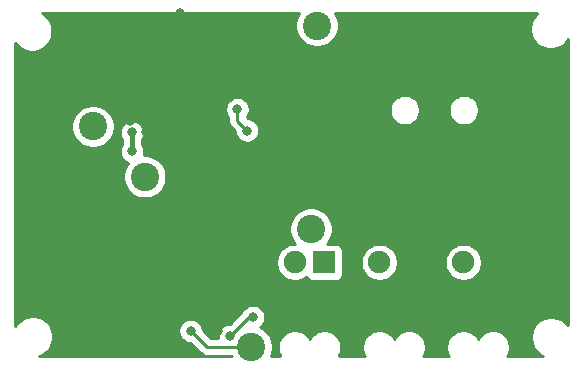
<source format=gbl>
%TF.GenerationSoftware,KiCad,Pcbnew,(5.1.8)-1*%
%TF.CreationDate,2021-04-18T19:42:35-04:00*%
%TF.ProjectId,AndrewPowerbank,416e6472-6577-4506-9f77-657262616e6b,rev?*%
%TF.SameCoordinates,Original*%
%TF.FileFunction,Copper,L2,Bot*%
%TF.FilePolarity,Positive*%
%FSLAX46Y46*%
G04 Gerber Fmt 4.6, Leading zero omitted, Abs format (unit mm)*
G04 Created by KiCad (PCBNEW (5.1.8)-1) date 2021-04-18 19:42:35*
%MOMM*%
%LPD*%
G01*
G04 APERTURE LIST*
%TA.AperFunction,ComponentPad*%
%ADD10C,1.900000*%
%TD*%
%TA.AperFunction,ComponentPad*%
%ADD11R,1.900000X1.900000*%
%TD*%
%TA.AperFunction,ComponentPad*%
%ADD12C,2.400000*%
%TD*%
%TA.AperFunction,ViaPad*%
%ADD13C,0.800000*%
%TD*%
%TA.AperFunction,Conductor*%
%ADD14C,0.250000*%
%TD*%
%TA.AperFunction,Conductor*%
%ADD15C,0.400000*%
%TD*%
%TA.AperFunction,Conductor*%
%ADD16C,0.254000*%
%TD*%
%TA.AperFunction,Conductor*%
%ADD17C,0.100000*%
%TD*%
G04 APERTURE END LIST*
D10*
%TO.P,J1,2*%
%TO.N,/10KThermistor*%
X62879600Y-93624400D03*
D11*
%TO.P,J1,1*%
%TO.N,GND*%
X65379600Y-93624400D03*
%TD*%
D10*
%TO.P,J5,2*%
%TO.N,Net-(J5-Pad2)*%
X55716800Y-93624400D03*
D11*
%TO.P,J5,1*%
%TO.N,Net-(J5-Pad1)*%
X58216800Y-93624400D03*
%TD*%
D10*
%TO.P,J2,2*%
%TO.N,Net-(F1-Pad1)*%
X69991600Y-93624400D03*
D11*
%TO.P,J2,1*%
%TO.N,GND*%
X72491600Y-93624400D03*
%TD*%
D12*
%TO.P,TP1,1*%
%TO.N,VBUS*%
X38623240Y-82113120D03*
%TD*%
%TO.P,TP2,1*%
%TO.N,/Battery+*%
X57594500Y-73571100D03*
%TD*%
%TO.P,TP3,1*%
%TO.N,+BATT*%
X43014900Y-86372700D03*
%TD*%
%TO.P,TP4,1*%
%TO.N,Net-(J5-Pad2)*%
X57099200Y-90792300D03*
%TD*%
%TO.P,TP5,1*%
%TO.N,Net-(Q1-Pad1)*%
X52044600Y-100787200D03*
%TD*%
D13*
%TO.N,GND*%
X35915600Y-76784200D03*
X35915600Y-75666600D03*
X61742320Y-86822280D03*
X40233600Y-99618800D03*
X32689800Y-87579200D03*
X32689800Y-85521800D03*
X45961300Y-74409300D03*
X45961300Y-72504300D03*
X45961300Y-73469500D03*
X62783720Y-80370680D03*
X63672720Y-82301080D03*
X77566520Y-80980280D03*
X77617320Y-87177880D03*
X77617320Y-89336880D03*
X33502600Y-93675202D03*
X54305200Y-87096600D03*
X43942000Y-97891600D03*
X49199800Y-99454800D03*
X41757127Y-78011400D03*
X57472843Y-84881720D03*
X59441080Y-85509100D03*
X32788860Y-80566260D03*
X47714169Y-75084616D03*
X41798240Y-81627980D03*
X43133727Y-82607867D03*
X39075000Y-87620200D03*
%TO.N,+BATT*%
X41920696Y-82622201D03*
X41924539Y-84222201D03*
%TO.N,Net-(Q1-Pad1)*%
X46903601Y-99415600D03*
%TO.N,Net-(J5-Pad2)*%
X50241200Y-99847400D03*
X52171600Y-98258800D03*
%TO.N,Net-(R20-Pad2)*%
X50850800Y-80653701D03*
X51688998Y-82461100D03*
%TD*%
D14*
%TO.N,GND*%
X58813700Y-84881720D02*
X59441080Y-85509100D01*
X57472843Y-84881720D02*
X58813700Y-84881720D01*
D15*
%TO.N,+BATT*%
X41920696Y-84218358D02*
X41924539Y-84222201D01*
X41920696Y-82622201D02*
X41920696Y-84218358D01*
D14*
%TO.N,Net-(Q1-Pad1)*%
X48275201Y-100787200D02*
X52044600Y-100787200D01*
X46903601Y-99415600D02*
X48275201Y-100787200D01*
%TO.N,Net-(J5-Pad2)*%
X51829800Y-98258800D02*
X52171600Y-98258800D01*
X50241200Y-99847400D02*
X51829800Y-98258800D01*
%TO.N,Net-(R20-Pad2)*%
X50850800Y-81622902D02*
X51688998Y-82461100D01*
X50850800Y-80653701D02*
X50850800Y-81622902D01*
%TD*%
D16*
%TO.N,GND*%
X55968344Y-72701901D02*
X55830018Y-73035850D01*
X55759500Y-73390368D01*
X55759500Y-73751832D01*
X55830018Y-74106350D01*
X55968344Y-74440299D01*
X56169162Y-74740844D01*
X56424756Y-74996438D01*
X56725301Y-75197256D01*
X57059250Y-75335582D01*
X57413768Y-75406100D01*
X57775232Y-75406100D01*
X58129750Y-75335582D01*
X58463699Y-75197256D01*
X58764244Y-74996438D01*
X59019838Y-74740844D01*
X59220656Y-74440299D01*
X59358982Y-74106350D01*
X59429500Y-73751832D01*
X59429500Y-73390368D01*
X59358982Y-73035850D01*
X59220656Y-72701901D01*
X59113682Y-72541804D01*
X76210735Y-72541804D01*
X76020737Y-72731802D01*
X75830863Y-73015969D01*
X75700075Y-73331719D01*
X75633400Y-73666917D01*
X75633400Y-74008683D01*
X75700075Y-74343881D01*
X75830863Y-74659631D01*
X76020737Y-74943798D01*
X76262402Y-75185463D01*
X76546569Y-75375337D01*
X76862319Y-75506125D01*
X77197517Y-75572800D01*
X77539283Y-75572800D01*
X77874481Y-75506125D01*
X78190231Y-75375337D01*
X78474398Y-75185463D01*
X78716063Y-74943798D01*
X78852599Y-74739457D01*
X78852600Y-98958703D01*
X78792263Y-98868402D01*
X78550598Y-98626737D01*
X78266431Y-98436863D01*
X77950681Y-98306075D01*
X77615483Y-98239400D01*
X77273717Y-98239400D01*
X76938519Y-98306075D01*
X76622769Y-98436863D01*
X76338602Y-98626737D01*
X76096937Y-98868402D01*
X75907063Y-99152569D01*
X75776275Y-99468319D01*
X75709600Y-99803517D01*
X75709600Y-100145283D01*
X75776275Y-100480481D01*
X75907063Y-100796231D01*
X76096937Y-101080398D01*
X76338602Y-101322063D01*
X76622769Y-101511937D01*
X76719014Y-101551803D01*
X73718060Y-101551803D01*
X73763280Y-101484127D01*
X73871453Y-101222974D01*
X73926600Y-100945735D01*
X73926600Y-100663065D01*
X73871453Y-100385826D01*
X73763280Y-100124673D01*
X73606237Y-99889641D01*
X73406359Y-99689763D01*
X73171327Y-99532720D01*
X72910174Y-99424547D01*
X72632935Y-99369400D01*
X72350265Y-99369400D01*
X72073026Y-99424547D01*
X71811873Y-99532720D01*
X71576841Y-99689763D01*
X71376963Y-99889641D01*
X71241600Y-100092227D01*
X71106237Y-99889641D01*
X70906359Y-99689763D01*
X70671327Y-99532720D01*
X70410174Y-99424547D01*
X70132935Y-99369400D01*
X69850265Y-99369400D01*
X69573026Y-99424547D01*
X69311873Y-99532720D01*
X69076841Y-99689763D01*
X68876963Y-99889641D01*
X68719920Y-100124673D01*
X68611747Y-100385826D01*
X68556600Y-100663065D01*
X68556600Y-100945735D01*
X68611747Y-101222974D01*
X68719920Y-101484127D01*
X68765140Y-101551803D01*
X66606060Y-101551803D01*
X66651280Y-101484127D01*
X66759453Y-101222974D01*
X66814600Y-100945735D01*
X66814600Y-100663065D01*
X66759453Y-100385826D01*
X66651280Y-100124673D01*
X66494237Y-99889641D01*
X66294359Y-99689763D01*
X66059327Y-99532720D01*
X65798174Y-99424547D01*
X65520935Y-99369400D01*
X65238265Y-99369400D01*
X64961026Y-99424547D01*
X64699873Y-99532720D01*
X64464841Y-99689763D01*
X64264963Y-99889641D01*
X64129600Y-100092227D01*
X63994237Y-99889641D01*
X63794359Y-99689763D01*
X63559327Y-99532720D01*
X63298174Y-99424547D01*
X63020935Y-99369400D01*
X62738265Y-99369400D01*
X62461026Y-99424547D01*
X62199873Y-99532720D01*
X61964841Y-99689763D01*
X61764963Y-99889641D01*
X61607920Y-100124673D01*
X61499747Y-100385826D01*
X61444600Y-100663065D01*
X61444600Y-100945735D01*
X61499747Y-101222974D01*
X61607920Y-101484127D01*
X61653140Y-101551803D01*
X59443260Y-101551803D01*
X59488480Y-101484127D01*
X59596653Y-101222974D01*
X59651800Y-100945735D01*
X59651800Y-100663065D01*
X59596653Y-100385826D01*
X59488480Y-100124673D01*
X59331437Y-99889641D01*
X59131559Y-99689763D01*
X58896527Y-99532720D01*
X58635374Y-99424547D01*
X58358135Y-99369400D01*
X58075465Y-99369400D01*
X57798226Y-99424547D01*
X57537073Y-99532720D01*
X57302041Y-99689763D01*
X57102163Y-99889641D01*
X56966800Y-100092227D01*
X56831437Y-99889641D01*
X56631559Y-99689763D01*
X56396527Y-99532720D01*
X56135374Y-99424547D01*
X55858135Y-99369400D01*
X55575465Y-99369400D01*
X55298226Y-99424547D01*
X55037073Y-99532720D01*
X54802041Y-99689763D01*
X54602163Y-99889641D01*
X54445120Y-100124673D01*
X54336947Y-100385826D01*
X54281800Y-100663065D01*
X54281800Y-100945735D01*
X54336947Y-101222974D01*
X54445120Y-101484127D01*
X54490340Y-101551803D01*
X53714081Y-101551803D01*
X53809082Y-101322450D01*
X53879600Y-100967932D01*
X53879600Y-100606468D01*
X53809082Y-100251950D01*
X53670756Y-99918001D01*
X53469938Y-99617456D01*
X53214344Y-99361862D01*
X52913799Y-99161044D01*
X52772093Y-99102347D01*
X52831374Y-99062737D01*
X52975537Y-98918574D01*
X53088805Y-98749056D01*
X53166826Y-98560698D01*
X53206600Y-98360739D01*
X53206600Y-98156861D01*
X53166826Y-97956902D01*
X53088805Y-97768544D01*
X52975537Y-97599026D01*
X52831374Y-97454863D01*
X52661856Y-97341595D01*
X52473498Y-97263574D01*
X52273539Y-97223800D01*
X52069661Y-97223800D01*
X51869702Y-97263574D01*
X51681344Y-97341595D01*
X51511826Y-97454863D01*
X51367663Y-97599026D01*
X51278145Y-97732999D01*
X51266001Y-97747797D01*
X50201399Y-98812400D01*
X50139261Y-98812400D01*
X49939302Y-98852174D01*
X49750944Y-98930195D01*
X49581426Y-99043463D01*
X49437263Y-99187626D01*
X49323995Y-99357144D01*
X49245974Y-99545502D01*
X49206200Y-99745461D01*
X49206200Y-99949339D01*
X49221687Y-100027200D01*
X48590003Y-100027200D01*
X47938601Y-99375799D01*
X47938601Y-99313661D01*
X47898827Y-99113702D01*
X47820806Y-98925344D01*
X47707538Y-98755826D01*
X47563375Y-98611663D01*
X47393857Y-98498395D01*
X47205499Y-98420374D01*
X47005540Y-98380600D01*
X46801662Y-98380600D01*
X46601703Y-98420374D01*
X46413345Y-98498395D01*
X46243827Y-98611663D01*
X46099664Y-98755826D01*
X45986396Y-98925344D01*
X45908375Y-99113702D01*
X45868601Y-99313661D01*
X45868601Y-99517539D01*
X45908375Y-99717498D01*
X45986396Y-99905856D01*
X46099664Y-100075374D01*
X46243827Y-100219537D01*
X46413345Y-100332805D01*
X46601703Y-100410826D01*
X46801662Y-100450600D01*
X46863800Y-100450600D01*
X47711402Y-101298203D01*
X47735200Y-101327201D01*
X47850925Y-101422174D01*
X47982954Y-101492746D01*
X48126215Y-101536203D01*
X48237868Y-101547200D01*
X48237877Y-101547200D01*
X48275200Y-101550876D01*
X48312523Y-101547200D01*
X50373212Y-101547200D01*
X50375119Y-101551803D01*
X34069623Y-101551803D01*
X34349831Y-101435737D01*
X34633998Y-101245863D01*
X34875663Y-101004198D01*
X35065537Y-100720031D01*
X35196325Y-100404281D01*
X35263000Y-100069083D01*
X35263000Y-99727317D01*
X35196325Y-99392119D01*
X35065537Y-99076369D01*
X34875663Y-98792202D01*
X34633998Y-98550537D01*
X34349831Y-98360663D01*
X34034081Y-98229875D01*
X33698883Y-98163200D01*
X33357117Y-98163200D01*
X33021919Y-98229875D01*
X32706169Y-98360663D01*
X32422002Y-98550537D01*
X32180337Y-98792202D01*
X32062600Y-98968408D01*
X32062600Y-93468291D01*
X54131800Y-93468291D01*
X54131800Y-93780509D01*
X54192711Y-94086727D01*
X54312191Y-94375179D01*
X54485650Y-94634779D01*
X54706421Y-94855550D01*
X54966021Y-95029009D01*
X55254473Y-95148489D01*
X55560691Y-95209400D01*
X55872909Y-95209400D01*
X56179127Y-95148489D01*
X56467579Y-95029009D01*
X56704986Y-94870379D01*
X56736263Y-94928894D01*
X56815615Y-95025585D01*
X56912306Y-95104937D01*
X57022620Y-95163902D01*
X57142318Y-95200212D01*
X57266800Y-95212472D01*
X59166800Y-95212472D01*
X59291282Y-95200212D01*
X59410980Y-95163902D01*
X59521294Y-95104937D01*
X59617985Y-95025585D01*
X59697337Y-94928894D01*
X59756302Y-94818580D01*
X59792612Y-94698882D01*
X59804872Y-94574400D01*
X59804872Y-93468291D01*
X61294600Y-93468291D01*
X61294600Y-93780509D01*
X61355511Y-94086727D01*
X61474991Y-94375179D01*
X61648450Y-94634779D01*
X61869221Y-94855550D01*
X62128821Y-95029009D01*
X62417273Y-95148489D01*
X62723491Y-95209400D01*
X63035709Y-95209400D01*
X63341927Y-95148489D01*
X63630379Y-95029009D01*
X63889979Y-94855550D01*
X64110750Y-94634779D01*
X64284209Y-94375179D01*
X64403689Y-94086727D01*
X64464600Y-93780509D01*
X64464600Y-93468291D01*
X68406600Y-93468291D01*
X68406600Y-93780509D01*
X68467511Y-94086727D01*
X68586991Y-94375179D01*
X68760450Y-94634779D01*
X68981221Y-94855550D01*
X69240821Y-95029009D01*
X69529273Y-95148489D01*
X69835491Y-95209400D01*
X70147709Y-95209400D01*
X70453927Y-95148489D01*
X70742379Y-95029009D01*
X71001979Y-94855550D01*
X71222750Y-94634779D01*
X71396209Y-94375179D01*
X71515689Y-94086727D01*
X71576600Y-93780509D01*
X71576600Y-93468291D01*
X71515689Y-93162073D01*
X71396209Y-92873621D01*
X71222750Y-92614021D01*
X71001979Y-92393250D01*
X70742379Y-92219791D01*
X70453927Y-92100311D01*
X70147709Y-92039400D01*
X69835491Y-92039400D01*
X69529273Y-92100311D01*
X69240821Y-92219791D01*
X68981221Y-92393250D01*
X68760450Y-92614021D01*
X68586991Y-92873621D01*
X68467511Y-93162073D01*
X68406600Y-93468291D01*
X64464600Y-93468291D01*
X64403689Y-93162073D01*
X64284209Y-92873621D01*
X64110750Y-92614021D01*
X63889979Y-92393250D01*
X63630379Y-92219791D01*
X63341927Y-92100311D01*
X63035709Y-92039400D01*
X62723491Y-92039400D01*
X62417273Y-92100311D01*
X62128821Y-92219791D01*
X61869221Y-92393250D01*
X61648450Y-92614021D01*
X61474991Y-92873621D01*
X61355511Y-93162073D01*
X61294600Y-93468291D01*
X59804872Y-93468291D01*
X59804872Y-92674400D01*
X59792612Y-92549918D01*
X59756302Y-92430220D01*
X59697337Y-92319906D01*
X59617985Y-92223215D01*
X59521294Y-92143863D01*
X59410980Y-92084898D01*
X59291282Y-92048588D01*
X59166800Y-92036328D01*
X58450254Y-92036328D01*
X58524538Y-91962044D01*
X58725356Y-91661499D01*
X58863682Y-91327550D01*
X58934200Y-90973032D01*
X58934200Y-90611568D01*
X58863682Y-90257050D01*
X58725356Y-89923101D01*
X58524538Y-89622556D01*
X58268944Y-89366962D01*
X57968399Y-89166144D01*
X57634450Y-89027818D01*
X57279932Y-88957300D01*
X56918468Y-88957300D01*
X56563950Y-89027818D01*
X56230001Y-89166144D01*
X55929456Y-89366962D01*
X55673862Y-89622556D01*
X55473044Y-89923101D01*
X55334718Y-90257050D01*
X55264200Y-90611568D01*
X55264200Y-90973032D01*
X55334718Y-91327550D01*
X55473044Y-91661499D01*
X55673862Y-91962044D01*
X55751218Y-92039400D01*
X55560691Y-92039400D01*
X55254473Y-92100311D01*
X54966021Y-92219791D01*
X54706421Y-92393250D01*
X54485650Y-92614021D01*
X54312191Y-92873621D01*
X54192711Y-93162073D01*
X54131800Y-93468291D01*
X32062600Y-93468291D01*
X32062600Y-81932388D01*
X36788240Y-81932388D01*
X36788240Y-82293852D01*
X36858758Y-82648370D01*
X36997084Y-82982319D01*
X37197902Y-83282864D01*
X37453496Y-83538458D01*
X37754041Y-83739276D01*
X38087990Y-83877602D01*
X38442508Y-83948120D01*
X38803972Y-83948120D01*
X39158490Y-83877602D01*
X39492439Y-83739276D01*
X39792984Y-83538458D01*
X40048578Y-83282864D01*
X40249396Y-82982319D01*
X40387722Y-82648370D01*
X40413204Y-82520262D01*
X40885696Y-82520262D01*
X40885696Y-82724140D01*
X40925470Y-82924099D01*
X41003491Y-83112457D01*
X41085696Y-83235486D01*
X41085697Y-83614667D01*
X41007334Y-83731945D01*
X40929313Y-83920303D01*
X40889539Y-84120262D01*
X40889539Y-84324140D01*
X40929313Y-84524099D01*
X41007334Y-84712457D01*
X41120602Y-84881975D01*
X41264765Y-85026138D01*
X41434283Y-85139406D01*
X41589159Y-85203558D01*
X41388744Y-85503501D01*
X41250418Y-85837450D01*
X41179900Y-86191968D01*
X41179900Y-86553432D01*
X41250418Y-86907950D01*
X41388744Y-87241899D01*
X41589562Y-87542444D01*
X41845156Y-87798038D01*
X42145701Y-87998856D01*
X42479650Y-88137182D01*
X42834168Y-88207700D01*
X43195632Y-88207700D01*
X43550150Y-88137182D01*
X43884099Y-87998856D01*
X44184644Y-87798038D01*
X44440238Y-87542444D01*
X44641056Y-87241899D01*
X44779382Y-86907950D01*
X44849900Y-86553432D01*
X44849900Y-86191968D01*
X44779382Y-85837450D01*
X44641056Y-85503501D01*
X44440238Y-85202956D01*
X44184644Y-84947362D01*
X43884099Y-84746544D01*
X43550150Y-84608218D01*
X43195632Y-84537700D01*
X42914131Y-84537700D01*
X42919765Y-84524099D01*
X42959539Y-84324140D01*
X42959539Y-84120262D01*
X42919765Y-83920303D01*
X42841744Y-83731945D01*
X42755696Y-83603165D01*
X42755696Y-83235486D01*
X42837901Y-83112457D01*
X42915922Y-82924099D01*
X42955696Y-82724140D01*
X42955696Y-82520262D01*
X42915922Y-82320303D01*
X42837901Y-82131945D01*
X42724633Y-81962427D01*
X42580470Y-81818264D01*
X42410952Y-81704996D01*
X42222594Y-81626975D01*
X42022635Y-81587201D01*
X41818757Y-81587201D01*
X41618798Y-81626975D01*
X41430440Y-81704996D01*
X41260922Y-81818264D01*
X41116759Y-81962427D01*
X41003491Y-82131945D01*
X40925470Y-82320303D01*
X40885696Y-82520262D01*
X40413204Y-82520262D01*
X40458240Y-82293852D01*
X40458240Y-81932388D01*
X40387722Y-81577870D01*
X40249396Y-81243921D01*
X40048578Y-80943376D01*
X39792984Y-80687782D01*
X39589416Y-80551762D01*
X49815800Y-80551762D01*
X49815800Y-80755640D01*
X49855574Y-80955599D01*
X49933595Y-81143957D01*
X50046863Y-81313475D01*
X50090801Y-81357413D01*
X50090801Y-81585570D01*
X50087124Y-81622902D01*
X50101798Y-81771887D01*
X50145254Y-81915148D01*
X50215826Y-82047178D01*
X50285393Y-82131945D01*
X50310800Y-82162903D01*
X50339798Y-82186701D01*
X50653998Y-82500901D01*
X50653998Y-82563039D01*
X50693772Y-82762998D01*
X50771793Y-82951356D01*
X50885061Y-83120874D01*
X51029224Y-83265037D01*
X51198742Y-83378305D01*
X51387100Y-83456326D01*
X51587059Y-83496100D01*
X51790937Y-83496100D01*
X51990896Y-83456326D01*
X52179254Y-83378305D01*
X52348772Y-83265037D01*
X52492935Y-83120874D01*
X52606203Y-82951356D01*
X52684224Y-82762998D01*
X52723998Y-82563039D01*
X52723998Y-82359161D01*
X52684224Y-82159202D01*
X52606203Y-81970844D01*
X52492935Y-81801326D01*
X52348772Y-81657163D01*
X52179254Y-81543895D01*
X51990896Y-81465874D01*
X51790937Y-81426100D01*
X51728799Y-81426100D01*
X51635456Y-81332756D01*
X51654737Y-81313475D01*
X51768005Y-81143957D01*
X51846026Y-80955599D01*
X51885800Y-80755640D01*
X51885800Y-80599719D01*
X63748520Y-80599719D01*
X63748520Y-80852841D01*
X63797901Y-81101101D01*
X63894767Y-81334956D01*
X64035395Y-81545420D01*
X64214380Y-81724405D01*
X64424844Y-81865033D01*
X64658699Y-81961899D01*
X64906959Y-82011280D01*
X65160081Y-82011280D01*
X65408341Y-81961899D01*
X65642196Y-81865033D01*
X65852660Y-81724405D01*
X66031645Y-81545420D01*
X66172273Y-81334956D01*
X66269139Y-81101101D01*
X66318520Y-80852841D01*
X66318520Y-80599719D01*
X68748520Y-80599719D01*
X68748520Y-80852841D01*
X68797901Y-81101101D01*
X68894767Y-81334956D01*
X69035395Y-81545420D01*
X69214380Y-81724405D01*
X69424844Y-81865033D01*
X69658699Y-81961899D01*
X69906959Y-82011280D01*
X70160081Y-82011280D01*
X70408341Y-81961899D01*
X70642196Y-81865033D01*
X70852660Y-81724405D01*
X71031645Y-81545420D01*
X71172273Y-81334956D01*
X71269139Y-81101101D01*
X71318520Y-80852841D01*
X71318520Y-80599719D01*
X71269139Y-80351459D01*
X71172273Y-80117604D01*
X71031645Y-79907140D01*
X70852660Y-79728155D01*
X70642196Y-79587527D01*
X70408341Y-79490661D01*
X70160081Y-79441280D01*
X69906959Y-79441280D01*
X69658699Y-79490661D01*
X69424844Y-79587527D01*
X69214380Y-79728155D01*
X69035395Y-79907140D01*
X68894767Y-80117604D01*
X68797901Y-80351459D01*
X68748520Y-80599719D01*
X66318520Y-80599719D01*
X66269139Y-80351459D01*
X66172273Y-80117604D01*
X66031645Y-79907140D01*
X65852660Y-79728155D01*
X65642196Y-79587527D01*
X65408341Y-79490661D01*
X65160081Y-79441280D01*
X64906959Y-79441280D01*
X64658699Y-79490661D01*
X64424844Y-79587527D01*
X64214380Y-79728155D01*
X64035395Y-79907140D01*
X63894767Y-80117604D01*
X63797901Y-80351459D01*
X63748520Y-80599719D01*
X51885800Y-80599719D01*
X51885800Y-80551762D01*
X51846026Y-80351803D01*
X51768005Y-80163445D01*
X51654737Y-79993927D01*
X51510574Y-79849764D01*
X51341056Y-79736496D01*
X51152698Y-79658475D01*
X50952739Y-79618701D01*
X50748861Y-79618701D01*
X50548902Y-79658475D01*
X50360544Y-79736496D01*
X50191026Y-79849764D01*
X50046863Y-79993927D01*
X49933595Y-80163445D01*
X49855574Y-80351803D01*
X49815800Y-80551762D01*
X39589416Y-80551762D01*
X39492439Y-80486964D01*
X39158490Y-80348638D01*
X38803972Y-80278120D01*
X38442508Y-80278120D01*
X38087990Y-80348638D01*
X37754041Y-80486964D01*
X37453496Y-80687782D01*
X37197902Y-80943376D01*
X36997084Y-81243921D01*
X36858758Y-81577870D01*
X36788240Y-81932388D01*
X32062600Y-81932388D01*
X32062600Y-75084833D01*
X32104137Y-75146998D01*
X32345802Y-75388663D01*
X32629969Y-75578537D01*
X32945719Y-75709325D01*
X33280917Y-75776000D01*
X33622683Y-75776000D01*
X33957881Y-75709325D01*
X34273631Y-75578537D01*
X34557798Y-75388663D01*
X34799463Y-75146998D01*
X34989337Y-74862831D01*
X35120125Y-74547081D01*
X35186800Y-74211883D01*
X35186800Y-73870117D01*
X35120125Y-73534919D01*
X34989337Y-73219169D01*
X34799463Y-72935002D01*
X34557798Y-72693337D01*
X34331012Y-72541804D01*
X56075318Y-72541804D01*
X55968344Y-72701901D01*
%TA.AperFunction,Conductor*%
D17*
G36*
X55968344Y-72701901D02*
G01*
X55830018Y-73035850D01*
X55759500Y-73390368D01*
X55759500Y-73751832D01*
X55830018Y-74106350D01*
X55968344Y-74440299D01*
X56169162Y-74740844D01*
X56424756Y-74996438D01*
X56725301Y-75197256D01*
X57059250Y-75335582D01*
X57413768Y-75406100D01*
X57775232Y-75406100D01*
X58129750Y-75335582D01*
X58463699Y-75197256D01*
X58764244Y-74996438D01*
X59019838Y-74740844D01*
X59220656Y-74440299D01*
X59358982Y-74106350D01*
X59429500Y-73751832D01*
X59429500Y-73390368D01*
X59358982Y-73035850D01*
X59220656Y-72701901D01*
X59113682Y-72541804D01*
X76210735Y-72541804D01*
X76020737Y-72731802D01*
X75830863Y-73015969D01*
X75700075Y-73331719D01*
X75633400Y-73666917D01*
X75633400Y-74008683D01*
X75700075Y-74343881D01*
X75830863Y-74659631D01*
X76020737Y-74943798D01*
X76262402Y-75185463D01*
X76546569Y-75375337D01*
X76862319Y-75506125D01*
X77197517Y-75572800D01*
X77539283Y-75572800D01*
X77874481Y-75506125D01*
X78190231Y-75375337D01*
X78474398Y-75185463D01*
X78716063Y-74943798D01*
X78852599Y-74739457D01*
X78852600Y-98958703D01*
X78792263Y-98868402D01*
X78550598Y-98626737D01*
X78266431Y-98436863D01*
X77950681Y-98306075D01*
X77615483Y-98239400D01*
X77273717Y-98239400D01*
X76938519Y-98306075D01*
X76622769Y-98436863D01*
X76338602Y-98626737D01*
X76096937Y-98868402D01*
X75907063Y-99152569D01*
X75776275Y-99468319D01*
X75709600Y-99803517D01*
X75709600Y-100145283D01*
X75776275Y-100480481D01*
X75907063Y-100796231D01*
X76096937Y-101080398D01*
X76338602Y-101322063D01*
X76622769Y-101511937D01*
X76719014Y-101551803D01*
X73718060Y-101551803D01*
X73763280Y-101484127D01*
X73871453Y-101222974D01*
X73926600Y-100945735D01*
X73926600Y-100663065D01*
X73871453Y-100385826D01*
X73763280Y-100124673D01*
X73606237Y-99889641D01*
X73406359Y-99689763D01*
X73171327Y-99532720D01*
X72910174Y-99424547D01*
X72632935Y-99369400D01*
X72350265Y-99369400D01*
X72073026Y-99424547D01*
X71811873Y-99532720D01*
X71576841Y-99689763D01*
X71376963Y-99889641D01*
X71241600Y-100092227D01*
X71106237Y-99889641D01*
X70906359Y-99689763D01*
X70671327Y-99532720D01*
X70410174Y-99424547D01*
X70132935Y-99369400D01*
X69850265Y-99369400D01*
X69573026Y-99424547D01*
X69311873Y-99532720D01*
X69076841Y-99689763D01*
X68876963Y-99889641D01*
X68719920Y-100124673D01*
X68611747Y-100385826D01*
X68556600Y-100663065D01*
X68556600Y-100945735D01*
X68611747Y-101222974D01*
X68719920Y-101484127D01*
X68765140Y-101551803D01*
X66606060Y-101551803D01*
X66651280Y-101484127D01*
X66759453Y-101222974D01*
X66814600Y-100945735D01*
X66814600Y-100663065D01*
X66759453Y-100385826D01*
X66651280Y-100124673D01*
X66494237Y-99889641D01*
X66294359Y-99689763D01*
X66059327Y-99532720D01*
X65798174Y-99424547D01*
X65520935Y-99369400D01*
X65238265Y-99369400D01*
X64961026Y-99424547D01*
X64699873Y-99532720D01*
X64464841Y-99689763D01*
X64264963Y-99889641D01*
X64129600Y-100092227D01*
X63994237Y-99889641D01*
X63794359Y-99689763D01*
X63559327Y-99532720D01*
X63298174Y-99424547D01*
X63020935Y-99369400D01*
X62738265Y-99369400D01*
X62461026Y-99424547D01*
X62199873Y-99532720D01*
X61964841Y-99689763D01*
X61764963Y-99889641D01*
X61607920Y-100124673D01*
X61499747Y-100385826D01*
X61444600Y-100663065D01*
X61444600Y-100945735D01*
X61499747Y-101222974D01*
X61607920Y-101484127D01*
X61653140Y-101551803D01*
X59443260Y-101551803D01*
X59488480Y-101484127D01*
X59596653Y-101222974D01*
X59651800Y-100945735D01*
X59651800Y-100663065D01*
X59596653Y-100385826D01*
X59488480Y-100124673D01*
X59331437Y-99889641D01*
X59131559Y-99689763D01*
X58896527Y-99532720D01*
X58635374Y-99424547D01*
X58358135Y-99369400D01*
X58075465Y-99369400D01*
X57798226Y-99424547D01*
X57537073Y-99532720D01*
X57302041Y-99689763D01*
X57102163Y-99889641D01*
X56966800Y-100092227D01*
X56831437Y-99889641D01*
X56631559Y-99689763D01*
X56396527Y-99532720D01*
X56135374Y-99424547D01*
X55858135Y-99369400D01*
X55575465Y-99369400D01*
X55298226Y-99424547D01*
X55037073Y-99532720D01*
X54802041Y-99689763D01*
X54602163Y-99889641D01*
X54445120Y-100124673D01*
X54336947Y-100385826D01*
X54281800Y-100663065D01*
X54281800Y-100945735D01*
X54336947Y-101222974D01*
X54445120Y-101484127D01*
X54490340Y-101551803D01*
X53714081Y-101551803D01*
X53809082Y-101322450D01*
X53879600Y-100967932D01*
X53879600Y-100606468D01*
X53809082Y-100251950D01*
X53670756Y-99918001D01*
X53469938Y-99617456D01*
X53214344Y-99361862D01*
X52913799Y-99161044D01*
X52772093Y-99102347D01*
X52831374Y-99062737D01*
X52975537Y-98918574D01*
X53088805Y-98749056D01*
X53166826Y-98560698D01*
X53206600Y-98360739D01*
X53206600Y-98156861D01*
X53166826Y-97956902D01*
X53088805Y-97768544D01*
X52975537Y-97599026D01*
X52831374Y-97454863D01*
X52661856Y-97341595D01*
X52473498Y-97263574D01*
X52273539Y-97223800D01*
X52069661Y-97223800D01*
X51869702Y-97263574D01*
X51681344Y-97341595D01*
X51511826Y-97454863D01*
X51367663Y-97599026D01*
X51278145Y-97732999D01*
X51266001Y-97747797D01*
X50201399Y-98812400D01*
X50139261Y-98812400D01*
X49939302Y-98852174D01*
X49750944Y-98930195D01*
X49581426Y-99043463D01*
X49437263Y-99187626D01*
X49323995Y-99357144D01*
X49245974Y-99545502D01*
X49206200Y-99745461D01*
X49206200Y-99949339D01*
X49221687Y-100027200D01*
X48590003Y-100027200D01*
X47938601Y-99375799D01*
X47938601Y-99313661D01*
X47898827Y-99113702D01*
X47820806Y-98925344D01*
X47707538Y-98755826D01*
X47563375Y-98611663D01*
X47393857Y-98498395D01*
X47205499Y-98420374D01*
X47005540Y-98380600D01*
X46801662Y-98380600D01*
X46601703Y-98420374D01*
X46413345Y-98498395D01*
X46243827Y-98611663D01*
X46099664Y-98755826D01*
X45986396Y-98925344D01*
X45908375Y-99113702D01*
X45868601Y-99313661D01*
X45868601Y-99517539D01*
X45908375Y-99717498D01*
X45986396Y-99905856D01*
X46099664Y-100075374D01*
X46243827Y-100219537D01*
X46413345Y-100332805D01*
X46601703Y-100410826D01*
X46801662Y-100450600D01*
X46863800Y-100450600D01*
X47711402Y-101298203D01*
X47735200Y-101327201D01*
X47850925Y-101422174D01*
X47982954Y-101492746D01*
X48126215Y-101536203D01*
X48237868Y-101547200D01*
X48237877Y-101547200D01*
X48275200Y-101550876D01*
X48312523Y-101547200D01*
X50373212Y-101547200D01*
X50375119Y-101551803D01*
X34069623Y-101551803D01*
X34349831Y-101435737D01*
X34633998Y-101245863D01*
X34875663Y-101004198D01*
X35065537Y-100720031D01*
X35196325Y-100404281D01*
X35263000Y-100069083D01*
X35263000Y-99727317D01*
X35196325Y-99392119D01*
X35065537Y-99076369D01*
X34875663Y-98792202D01*
X34633998Y-98550537D01*
X34349831Y-98360663D01*
X34034081Y-98229875D01*
X33698883Y-98163200D01*
X33357117Y-98163200D01*
X33021919Y-98229875D01*
X32706169Y-98360663D01*
X32422002Y-98550537D01*
X32180337Y-98792202D01*
X32062600Y-98968408D01*
X32062600Y-93468291D01*
X54131800Y-93468291D01*
X54131800Y-93780509D01*
X54192711Y-94086727D01*
X54312191Y-94375179D01*
X54485650Y-94634779D01*
X54706421Y-94855550D01*
X54966021Y-95029009D01*
X55254473Y-95148489D01*
X55560691Y-95209400D01*
X55872909Y-95209400D01*
X56179127Y-95148489D01*
X56467579Y-95029009D01*
X56704986Y-94870379D01*
X56736263Y-94928894D01*
X56815615Y-95025585D01*
X56912306Y-95104937D01*
X57022620Y-95163902D01*
X57142318Y-95200212D01*
X57266800Y-95212472D01*
X59166800Y-95212472D01*
X59291282Y-95200212D01*
X59410980Y-95163902D01*
X59521294Y-95104937D01*
X59617985Y-95025585D01*
X59697337Y-94928894D01*
X59756302Y-94818580D01*
X59792612Y-94698882D01*
X59804872Y-94574400D01*
X59804872Y-93468291D01*
X61294600Y-93468291D01*
X61294600Y-93780509D01*
X61355511Y-94086727D01*
X61474991Y-94375179D01*
X61648450Y-94634779D01*
X61869221Y-94855550D01*
X62128821Y-95029009D01*
X62417273Y-95148489D01*
X62723491Y-95209400D01*
X63035709Y-95209400D01*
X63341927Y-95148489D01*
X63630379Y-95029009D01*
X63889979Y-94855550D01*
X64110750Y-94634779D01*
X64284209Y-94375179D01*
X64403689Y-94086727D01*
X64464600Y-93780509D01*
X64464600Y-93468291D01*
X68406600Y-93468291D01*
X68406600Y-93780509D01*
X68467511Y-94086727D01*
X68586991Y-94375179D01*
X68760450Y-94634779D01*
X68981221Y-94855550D01*
X69240821Y-95029009D01*
X69529273Y-95148489D01*
X69835491Y-95209400D01*
X70147709Y-95209400D01*
X70453927Y-95148489D01*
X70742379Y-95029009D01*
X71001979Y-94855550D01*
X71222750Y-94634779D01*
X71396209Y-94375179D01*
X71515689Y-94086727D01*
X71576600Y-93780509D01*
X71576600Y-93468291D01*
X71515689Y-93162073D01*
X71396209Y-92873621D01*
X71222750Y-92614021D01*
X71001979Y-92393250D01*
X70742379Y-92219791D01*
X70453927Y-92100311D01*
X70147709Y-92039400D01*
X69835491Y-92039400D01*
X69529273Y-92100311D01*
X69240821Y-92219791D01*
X68981221Y-92393250D01*
X68760450Y-92614021D01*
X68586991Y-92873621D01*
X68467511Y-93162073D01*
X68406600Y-93468291D01*
X64464600Y-93468291D01*
X64403689Y-93162073D01*
X64284209Y-92873621D01*
X64110750Y-92614021D01*
X63889979Y-92393250D01*
X63630379Y-92219791D01*
X63341927Y-92100311D01*
X63035709Y-92039400D01*
X62723491Y-92039400D01*
X62417273Y-92100311D01*
X62128821Y-92219791D01*
X61869221Y-92393250D01*
X61648450Y-92614021D01*
X61474991Y-92873621D01*
X61355511Y-93162073D01*
X61294600Y-93468291D01*
X59804872Y-93468291D01*
X59804872Y-92674400D01*
X59792612Y-92549918D01*
X59756302Y-92430220D01*
X59697337Y-92319906D01*
X59617985Y-92223215D01*
X59521294Y-92143863D01*
X59410980Y-92084898D01*
X59291282Y-92048588D01*
X59166800Y-92036328D01*
X58450254Y-92036328D01*
X58524538Y-91962044D01*
X58725356Y-91661499D01*
X58863682Y-91327550D01*
X58934200Y-90973032D01*
X58934200Y-90611568D01*
X58863682Y-90257050D01*
X58725356Y-89923101D01*
X58524538Y-89622556D01*
X58268944Y-89366962D01*
X57968399Y-89166144D01*
X57634450Y-89027818D01*
X57279932Y-88957300D01*
X56918468Y-88957300D01*
X56563950Y-89027818D01*
X56230001Y-89166144D01*
X55929456Y-89366962D01*
X55673862Y-89622556D01*
X55473044Y-89923101D01*
X55334718Y-90257050D01*
X55264200Y-90611568D01*
X55264200Y-90973032D01*
X55334718Y-91327550D01*
X55473044Y-91661499D01*
X55673862Y-91962044D01*
X55751218Y-92039400D01*
X55560691Y-92039400D01*
X55254473Y-92100311D01*
X54966021Y-92219791D01*
X54706421Y-92393250D01*
X54485650Y-92614021D01*
X54312191Y-92873621D01*
X54192711Y-93162073D01*
X54131800Y-93468291D01*
X32062600Y-93468291D01*
X32062600Y-81932388D01*
X36788240Y-81932388D01*
X36788240Y-82293852D01*
X36858758Y-82648370D01*
X36997084Y-82982319D01*
X37197902Y-83282864D01*
X37453496Y-83538458D01*
X37754041Y-83739276D01*
X38087990Y-83877602D01*
X38442508Y-83948120D01*
X38803972Y-83948120D01*
X39158490Y-83877602D01*
X39492439Y-83739276D01*
X39792984Y-83538458D01*
X40048578Y-83282864D01*
X40249396Y-82982319D01*
X40387722Y-82648370D01*
X40413204Y-82520262D01*
X40885696Y-82520262D01*
X40885696Y-82724140D01*
X40925470Y-82924099D01*
X41003491Y-83112457D01*
X41085696Y-83235486D01*
X41085697Y-83614667D01*
X41007334Y-83731945D01*
X40929313Y-83920303D01*
X40889539Y-84120262D01*
X40889539Y-84324140D01*
X40929313Y-84524099D01*
X41007334Y-84712457D01*
X41120602Y-84881975D01*
X41264765Y-85026138D01*
X41434283Y-85139406D01*
X41589159Y-85203558D01*
X41388744Y-85503501D01*
X41250418Y-85837450D01*
X41179900Y-86191968D01*
X41179900Y-86553432D01*
X41250418Y-86907950D01*
X41388744Y-87241899D01*
X41589562Y-87542444D01*
X41845156Y-87798038D01*
X42145701Y-87998856D01*
X42479650Y-88137182D01*
X42834168Y-88207700D01*
X43195632Y-88207700D01*
X43550150Y-88137182D01*
X43884099Y-87998856D01*
X44184644Y-87798038D01*
X44440238Y-87542444D01*
X44641056Y-87241899D01*
X44779382Y-86907950D01*
X44849900Y-86553432D01*
X44849900Y-86191968D01*
X44779382Y-85837450D01*
X44641056Y-85503501D01*
X44440238Y-85202956D01*
X44184644Y-84947362D01*
X43884099Y-84746544D01*
X43550150Y-84608218D01*
X43195632Y-84537700D01*
X42914131Y-84537700D01*
X42919765Y-84524099D01*
X42959539Y-84324140D01*
X42959539Y-84120262D01*
X42919765Y-83920303D01*
X42841744Y-83731945D01*
X42755696Y-83603165D01*
X42755696Y-83235486D01*
X42837901Y-83112457D01*
X42915922Y-82924099D01*
X42955696Y-82724140D01*
X42955696Y-82520262D01*
X42915922Y-82320303D01*
X42837901Y-82131945D01*
X42724633Y-81962427D01*
X42580470Y-81818264D01*
X42410952Y-81704996D01*
X42222594Y-81626975D01*
X42022635Y-81587201D01*
X41818757Y-81587201D01*
X41618798Y-81626975D01*
X41430440Y-81704996D01*
X41260922Y-81818264D01*
X41116759Y-81962427D01*
X41003491Y-82131945D01*
X40925470Y-82320303D01*
X40885696Y-82520262D01*
X40413204Y-82520262D01*
X40458240Y-82293852D01*
X40458240Y-81932388D01*
X40387722Y-81577870D01*
X40249396Y-81243921D01*
X40048578Y-80943376D01*
X39792984Y-80687782D01*
X39589416Y-80551762D01*
X49815800Y-80551762D01*
X49815800Y-80755640D01*
X49855574Y-80955599D01*
X49933595Y-81143957D01*
X50046863Y-81313475D01*
X50090801Y-81357413D01*
X50090801Y-81585570D01*
X50087124Y-81622902D01*
X50101798Y-81771887D01*
X50145254Y-81915148D01*
X50215826Y-82047178D01*
X50285393Y-82131945D01*
X50310800Y-82162903D01*
X50339798Y-82186701D01*
X50653998Y-82500901D01*
X50653998Y-82563039D01*
X50693772Y-82762998D01*
X50771793Y-82951356D01*
X50885061Y-83120874D01*
X51029224Y-83265037D01*
X51198742Y-83378305D01*
X51387100Y-83456326D01*
X51587059Y-83496100D01*
X51790937Y-83496100D01*
X51990896Y-83456326D01*
X52179254Y-83378305D01*
X52348772Y-83265037D01*
X52492935Y-83120874D01*
X52606203Y-82951356D01*
X52684224Y-82762998D01*
X52723998Y-82563039D01*
X52723998Y-82359161D01*
X52684224Y-82159202D01*
X52606203Y-81970844D01*
X52492935Y-81801326D01*
X52348772Y-81657163D01*
X52179254Y-81543895D01*
X51990896Y-81465874D01*
X51790937Y-81426100D01*
X51728799Y-81426100D01*
X51635456Y-81332756D01*
X51654737Y-81313475D01*
X51768005Y-81143957D01*
X51846026Y-80955599D01*
X51885800Y-80755640D01*
X51885800Y-80599719D01*
X63748520Y-80599719D01*
X63748520Y-80852841D01*
X63797901Y-81101101D01*
X63894767Y-81334956D01*
X64035395Y-81545420D01*
X64214380Y-81724405D01*
X64424844Y-81865033D01*
X64658699Y-81961899D01*
X64906959Y-82011280D01*
X65160081Y-82011280D01*
X65408341Y-81961899D01*
X65642196Y-81865033D01*
X65852660Y-81724405D01*
X66031645Y-81545420D01*
X66172273Y-81334956D01*
X66269139Y-81101101D01*
X66318520Y-80852841D01*
X66318520Y-80599719D01*
X68748520Y-80599719D01*
X68748520Y-80852841D01*
X68797901Y-81101101D01*
X68894767Y-81334956D01*
X69035395Y-81545420D01*
X69214380Y-81724405D01*
X69424844Y-81865033D01*
X69658699Y-81961899D01*
X69906959Y-82011280D01*
X70160081Y-82011280D01*
X70408341Y-81961899D01*
X70642196Y-81865033D01*
X70852660Y-81724405D01*
X71031645Y-81545420D01*
X71172273Y-81334956D01*
X71269139Y-81101101D01*
X71318520Y-80852841D01*
X71318520Y-80599719D01*
X71269139Y-80351459D01*
X71172273Y-80117604D01*
X71031645Y-79907140D01*
X70852660Y-79728155D01*
X70642196Y-79587527D01*
X70408341Y-79490661D01*
X70160081Y-79441280D01*
X69906959Y-79441280D01*
X69658699Y-79490661D01*
X69424844Y-79587527D01*
X69214380Y-79728155D01*
X69035395Y-79907140D01*
X68894767Y-80117604D01*
X68797901Y-80351459D01*
X68748520Y-80599719D01*
X66318520Y-80599719D01*
X66269139Y-80351459D01*
X66172273Y-80117604D01*
X66031645Y-79907140D01*
X65852660Y-79728155D01*
X65642196Y-79587527D01*
X65408341Y-79490661D01*
X65160081Y-79441280D01*
X64906959Y-79441280D01*
X64658699Y-79490661D01*
X64424844Y-79587527D01*
X64214380Y-79728155D01*
X64035395Y-79907140D01*
X63894767Y-80117604D01*
X63797901Y-80351459D01*
X63748520Y-80599719D01*
X51885800Y-80599719D01*
X51885800Y-80551762D01*
X51846026Y-80351803D01*
X51768005Y-80163445D01*
X51654737Y-79993927D01*
X51510574Y-79849764D01*
X51341056Y-79736496D01*
X51152698Y-79658475D01*
X50952739Y-79618701D01*
X50748861Y-79618701D01*
X50548902Y-79658475D01*
X50360544Y-79736496D01*
X50191026Y-79849764D01*
X50046863Y-79993927D01*
X49933595Y-80163445D01*
X49855574Y-80351803D01*
X49815800Y-80551762D01*
X39589416Y-80551762D01*
X39492439Y-80486964D01*
X39158490Y-80348638D01*
X38803972Y-80278120D01*
X38442508Y-80278120D01*
X38087990Y-80348638D01*
X37754041Y-80486964D01*
X37453496Y-80687782D01*
X37197902Y-80943376D01*
X36997084Y-81243921D01*
X36858758Y-81577870D01*
X36788240Y-81932388D01*
X32062600Y-81932388D01*
X32062600Y-75084833D01*
X32104137Y-75146998D01*
X32345802Y-75388663D01*
X32629969Y-75578537D01*
X32945719Y-75709325D01*
X33280917Y-75776000D01*
X33622683Y-75776000D01*
X33957881Y-75709325D01*
X34273631Y-75578537D01*
X34557798Y-75388663D01*
X34799463Y-75146998D01*
X34989337Y-74862831D01*
X35120125Y-74547081D01*
X35186800Y-74211883D01*
X35186800Y-73870117D01*
X35120125Y-73534919D01*
X34989337Y-73219169D01*
X34799463Y-72935002D01*
X34557798Y-72693337D01*
X34331012Y-72541804D01*
X56075318Y-72541804D01*
X55968344Y-72701901D01*
G37*
%TD.AperFunction*%
%TD*%
M02*

</source>
